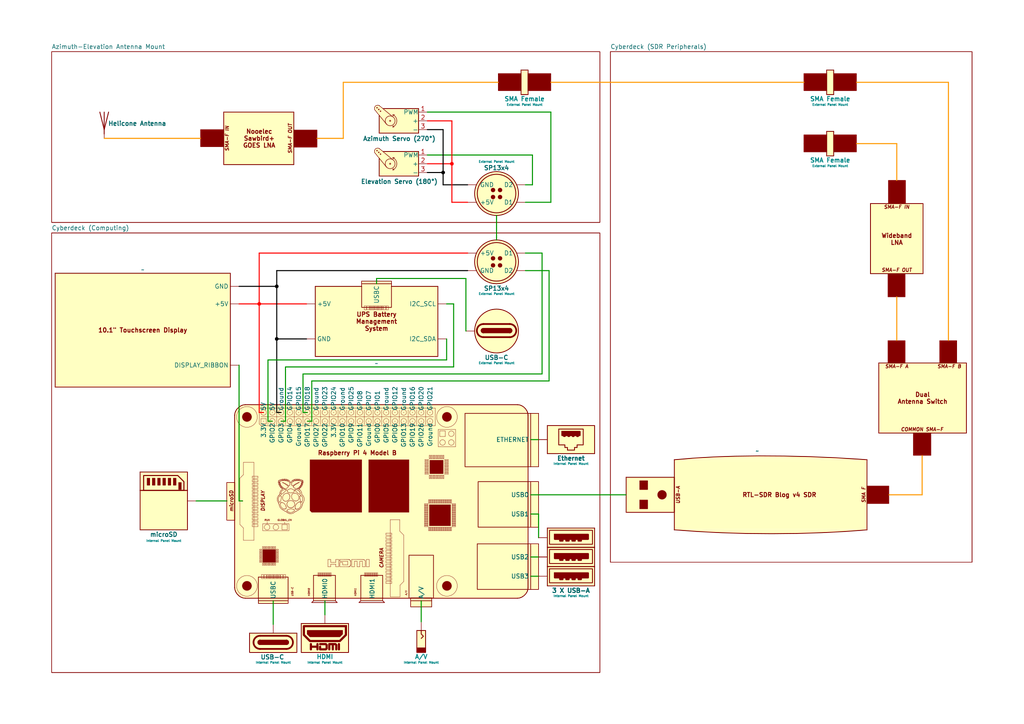
<source format=kicad_sch>
(kicad_sch (version 20250114) (generator "eeschema") (generator_version "9.0")
  (paper "A4")
  (title_block (title "Off-Grid Weather Forecasting System") (date "2025-05-13") (rev "1") (company "CCGS") (comment 1 "James Bray"))
  (lib_symbols
    (symbol "Device:Antenna" (pin_numbers (hide yes)) (pin_names (offset 1.016) (hide yes))
      (property "Reference" "AE" (at -1.905 1.905 0))
      (property "Value" "Antenna" (at -1.905 0 0))
      (symbol "Antenna_1_1"
        (pin input line (at 0 -5.08 90) (length 2.54) (name "A") (number "1"))
      )
    )
    (symbol "EXTERNAL_SP13x4_Panel_Mount_1" (pin_names (offset 1.016))
      (property "Value" "SP13x4" (at 0 -6.858 0))
      (symbol "EXTERNAL_SP13x4_Panel_Mount_1_1_1"
        (text "External Panel Mount" (at 0 -8.89 0) (effects (font (size 0.635 0.635) (thickness 0.254) (bold yes)) (justify top)))
        (pin power_in line (at -8.382 2.54 0) (length 2.54) (name "+5V") (number ""))
        (pin power_out line (at -8.382 -2.54 0) (length 2.54) (name "GND") (number ""))
        (pin power_in line (at 0 6.35 0) (length 0) (name "") (number ""))
        (pin bidirectional line (at 8.382 2.54 180) (length 2.54) (name "D1") (number ""))
        (pin bidirectional line (at 8.382 -2.54 180) (length 2.54) (name "D2") (number ""))
      )
    )
    (symbol "Motor_Servo_1" (pin_names (offset 0.0254))
      (property "Value" "Elevation Servo (180°)" (at 0.508 -4.318 0))
      (symbol "Motor_Servo_1_1_1"
        (pin passive line (at -7.62 2.54 0) (length 2.54) (name "PWM") (number "1"))
        (pin passive line (at -7.62 0 0) (length 2.54) (name "+") (number "2"))
        (pin passive line (at -7.62 -2.54 0) (length 2.54) (name "-") (number "3"))
      )
    )
    (symbol "SMA_Panel_Mount_1"
      (symbol "SMA_Panel_Mount_1_1_1"
        (text "SMA Female" (at 0 -4.064 0) (effects (font (size 1.27 1.27) (thickness 0.254) (bold yes)) (justify top)))
        (text "External Panel Mount" (at 0 -6.096 0) (effects (font (size 0.635 0.635) (thickness 0.254) (bold yes)) (justify top)))
        (pin power_out line (at -7.62 0 180) (length 0) (name "") (number ""))
        (pin power_out line (at 7.62 0 0) (length 0) (name "") (number ""))
      )
    )
    (symbol "SMA_Panel_Mount_2"
      (symbol "SMA_Panel_Mount_2_1_1"
        (text "SMA Female" (at 0 -4.064 0) (effects (font (size 1.27 1.27) (thickness 0.254) (bold yes)) (justify top)))
        (text "External Panel Mount" (at 0 -6.096 0) (effects (font (size 0.635 0.635) (thickness 0.254) (bold yes)) (justify top)))
        (pin power_out line (at -7.62 0 180) (length 0) (name "") (number ""))
        (pin power_out line (at 7.62 0 0) (length 0) (name "") (number ""))
      )
    )
    (symbol "custom:Display" (pin_numbers (hide yes))
      (property "Reference" "DISP" (at 0 2.54 0))
      (symbol "Display_1_1"
        (text "10.1\" Touchscreen Display" (at 0 0 0) (effects (font (size 1.27 1.27) (thickness 0.254) (bold yes))))
        (pin power_out line (at 27.94 12.7 180) (length 2.54) (name "GND") (number ""))
        (pin power_in line (at 27.94 7.62 180) (length 2.54) (name "+5V") (number ""))
        (pin input line (at 27.94 -10.16 180) (length 2.54) (name "DISPLAY_RIBBON") (number ""))
      )
    )
    (symbol "custom:EXTERNAL_SP13x4_Panel_Mount" (pin_names (offset 1.016))
      (property "Value" "SP13x4" (at 0 -6.858 0))
      (symbol "EXTERNAL_SP13x4_Panel_Mount_1_1"
        (text "External Panel Mount" (at 0 -8.89 0) (effects (font (size 0.635 0.635) (thickness 0.254) (bold yes)) (justify top)))
        (pin power_in line (at -8.382 2.54 0) (length 2.54) (name "+5V") (number ""))
        (pin power_out line (at -8.382 -2.54 0) (length 2.54) (name "GND") (number ""))
        (pin power_in line (at 0 6.35 0) (length 0) (name "") (number ""))
        (pin bidirectional line (at 8.382 2.54 180) (length 2.54) (name "D1") (number ""))
        (pin bidirectional line (at 8.382 -2.54 180) (length 2.54) (name "D2") (number ""))
      )
    )
    (symbol "custom:EXTERNAL_USBC_Panel_Mount" (pin_names (offset 1.016))
      (property "Value" "USB-C" (at 0 -6.858 0))
      (symbol "EXTERNAL_USBC_Panel_Mount_1_1"
        (text "External Panel Mount" (at 0 -8.89 0) (effects (font (size 0.635 0.635) (thickness 0.254) (bold yes)) (justify top)))
        (pin bidirectional line (at -8.89 0 0) (length 2.54) (name "") (number ""))
      )
    )
    (symbol "custom:Ethernet_Panel_Mount" (pin_names (offset 1.016))
      (property "Value" "Ethernet" (at 0 -4.572 0))
      (symbol "Ethernet_Panel_Mount_1_1"
        (text "Internal Panel Mount" (at 0 -6.604 0) (effects (font (size 0.635 0.635) (thickness 0.254) (bold yes)) (justify top)))
        (pin bidirectional line (at -9.398 0 0) (length 2.54) (name "") (number ""))
      )
    )
    (symbol "custom:HDMI_Panel_Mount"
      (symbol "HDMI_Panel_Mount_1_1"
        (text "HDMI" (at 0 -4.318 0) (effects (font (size 1.27 1.27) (thickness 0.254) (bold yes)) (justify top)))
        (text "Internal Panel Mount" (at 0 -6.35 0) (effects (font (size 0.635 0.635) (thickness 0.254) (bold yes)) (justify top)))
        (pin bidirectional line (at 0 7.112 270) (length 2.54) (name "") (number ""))
      )
    )
    (symbol "custom:RTL-SDR"
      (property "Reference" "RADIO" (at 0 2.54 0))
      (symbol "RTL-SDR_1_1"
        (text "USB-A" (at -27.432 0 900) (effects (font (size 1 1) (thickness 0.2) (bold yes) (italic yes)) (justify top)))
        (text "RTL-SDR Blog v4 SDR" (at 2.54 0 0) (effects (font (size 1.25 1.25) (thickness 0.25) (bold yes))))
        (text "SMA F" (at 26.416 0 900) (effects (font (size 1 1) (thickness 0.2) (bold yes) (italic yes)) (justify top)))
        (pin power_out line (at -41.91 0 0) (length 0) (name "") (number ""))
        (pin power_out line (at 34.29 0 0) (length 0) (name "") (number ""))
      )
    )
    (symbol "custom:Raspberry_Pi_4_Model_B" (pin_numbers (hide yes)) (on_board no)
      (symbol "Raspberry_Pi_4_Model_B_1_1"
        (text "microSD" (at -8.128 -26.162 900) (effects (font (size 1 1) (thickness 0.2) (bold yes) (italic yes)) (justify top)))
        (text "DISPLAY" (at 1.016 -26.162 900) (effects (font (size 1 1) (thickness 0.2) (bold yes) (italic yes)) (justify top)))
        (text "RUN" (at 2.794 -32.004 0) (effects (font (size 0.5 0.5) (thickness 0.1) (bold yes) (italic yes)) (justify bottom)))
        (text "GLOBAL_EN" (at 7.874 -32.004 0) (effects (font (size 0.5 0.5) (thickness 0.1) (bold yes) (italic yes)) (justify bottom)))
        (text "USB-C" (at 10.414 -53.848 900) (effects (font (size 0.5 0.5) (thickness 0.1) (bold yes) (italic yes)) (justify left bottom)))
        (text "HDMI0" (at 15.24 -53.848 900) (effects (font (size 0.5 0.5) (thickness 0.1) (bold yes) (italic yes)) (justify left bottom)))
        (text "HDMI1" (at 28.702 -53.848 900) (effects (font (size 0.5 0.5) (thickness 0.1) (bold yes) (italic yes)) (justify left bottom)))
        (text "Raspberry Pi 4 Model B" (at 28.956 -12.954 0) (effects (font (size 1.25 1.25) (thickness 0.25) (bold yes)) (justify bottom)))
        (text "CAMERA" (at 36.576 -42.672 900) (effects (font (size 1 1) (thickness 0.2) (bold yes) (italic yes)) (justify bottom)))
        (text "A/V" (at 43.434 -53.594 900) (effects (font (size 0.5 0.5) (thickness 0.1) (bold yes) (italic yes)) (justify left bottom)))
        (pin input line (at -8.89 -26.162 180) (length 0) (name "") (number ""))
        (pin output line (at -4.318 -26.162 0) (length 0) (name "") (number ""))
        (pin power_out line (at 1.778 -0.508 90) (length 0) (name "5V") (number ""))
        (pin power_out line (at 1.778 -3.048 270) (length 0) (name "3.3V") (number ""))
        (pin power_out line (at 4.318 -0.508 90) (length 0) (name "5V") (number ""))
        (pin bidirectional line (at 4.318 -3.048 270) (length 0) (name "GPIO2") (number ""))
        (pin output line (at 4.572 -55.118 90) (length 0) (name "USBC") (number ""))
        (pin power_in line (at 6.858 -0.508 90) (length 0) (name "Ground") (number ""))
        (pin bidirectional line (at 6.858 -3.048 270) (length 0) (name "GPIO3") (number ""))
        (pin bidirectional line (at 9.398 -0.508 90) (length 0) (name "GPIO14") (number ""))
        (pin bidirectional line (at 9.398 -3.048 270) (length 0) (name "GPIO4") (number ""))
        (pin bidirectional line (at 11.938 -0.508 90) (length 0) (name "GPIO15") (number ""))
        (pin power_in line (at 11.938 -3.048 270) (length 0) (name "Ground") (number ""))
        (pin bidirectional line (at 14.478 -0.508 90) (length 0) (name "GPIO18") (number ""))
        (pin bidirectional line (at 14.478 -3.048 270) (length 0) (name "GPIO17") (number ""))
        (pin power_in line (at 17.018 -0.508 90) (length 0) (name "Ground") (number ""))
        (pin bidirectional line (at 17.018 -3.048 270) (length 0) (name "GPIO27") (number ""))
        (pin bidirectional line (at 19.558 -0.508 90) (length 0) (name "GPIO23") (number ""))
        (pin bidirectional line (at 19.558 -3.048 270) (length 0) (name "GPIO22") (number ""))
        (pin output line (at 19.558 -55.118 90) (length 0) (name "HDMI0") (number ""))
        (pin bidirectional line (at 22.098 -0.508 90) (length 0) (name "GPIO24") (number ""))
        (pin power_out line (at 22.098 -3.048 270) (length 0) (name "3.3V") (number ""))
        (pin power_in line (at 24.638 -0.508 90) (length 0) (name "Ground") (number ""))
        (pin bidirectional line (at 24.638 -3.048 270) (length 0) (name "GPIO10") (number ""))
        (pin bidirectional line (at 27.178 -0.508 90) (length 0) (name "GPIO25") (number ""))
        (pin bidirectional line (at 27.178 -3.048 270) (length 0) (name "GPIO9") (number ""))
        (pin bidirectional line (at 29.718 -0.508 90) (length 0) (name "GPIO8") (number ""))
        (pin bidirectional line (at 29.718 -3.048 270) (length 0) (name "GPIO11") (number ""))
        (pin bidirectional line (at 32.258 -0.508 90) (length 0) (name "GPIO7") (number ""))
        (pin power_in line (at 32.258 -3.048 270) (length 0) (name "Ground") (number ""))
        (pin output line (at 33.274 -55.118 90) (length 0) (name "HDMI1") (number ""))
        (pin bidirectional line (at 34.798 -0.508 90) (length 0) (name "GPIO1") (number ""))
        (pin bidirectional line (at 34.798 -3.048 270) (length 0) (name "GPIO0") (number ""))
        (pin power_in line (at 37.338 -0.508 90) (length 0) (name "Ground") (number ""))
        (pin bidirectional line (at 37.338 -3.048 270) (length 0) (name "GPIO5") (number ""))
        (pin bidirectional line (at 39.878 -0.508 90) (length 0) (name "GPIO12") (number ""))
        (pin bidirectional line (at 39.878 -3.048 270) (length 0) (name "GPIO6") (number ""))
        (pin power_in line (at 42.418 -0.508 90) (length 0) (name "Ground") (number ""))
        (pin bidirectional line (at 42.418 -3.048 270) (length 0) (name "GPIO13") (number ""))
        (pin bidirectional line (at 44.958 -0.508 90) (length 0) (name "GPIO16") (number ""))
        (pin bidirectional line (at 44.958 -3.048 270) (length 0) (name "GPIO19") (number ""))
        (pin bidirectional line (at 47.498 -0.508 90) (length 0) (name "GPIO20") (number ""))
        (pin bidirectional line (at 47.498 -3.048 270) (length 0) (name "GPIO26") (number ""))
        (pin output line (at 47.498 -55.118 90) (length 0) (name "A/V") (number ""))
        (pin bidirectional line (at 50.038 -0.508 90) (length 0) (name "GPIO21") (number ""))
        (pin power_in line (at 50.038 -3.048 270) (length 0) (name "Ground") (number ""))
        (pin bidirectional line (at 79.248 -8.382 180) (length 0) (name "ETHERNET") (number ""))
        (pin bidirectional line (at 79.248 -24.384 180) (length 0) (name "USB0") (number ""))
        (pin bidirectional line (at 79.248 -29.972 180) (length 0) (name "USB1") (number ""))
        (pin bidirectional line (at 79.248 -42.418 180) (length 0) (name "USB2") (number ""))
        (pin bidirectional line (at 79.248 -48.006 180) (length 0) (name "USB3") (number ""))
      )
    )
    (symbol "custom:SMA_Panel_Mount"
      (symbol "SMA_Panel_Mount_1_1"
        (text "SMA Female" (at 0 -4.064 0) (effects (font (size 1.27 1.27) (thickness 0.254) (bold yes)) (justify top)))
        (text "External Panel Mount" (at 0 -6.096 0) (effects (font (size 0.635 0.635) (thickness 0.254) (bold yes)) (justify top)))
        (pin power_out line (at -7.62 0 180) (length 0) (name "") (number ""))
        (pin power_out line (at 7.62 0 0) (length 0) (name "") (number ""))
      )
    )
    (symbol "custom:Stacked_USBA_Panel_Mount" (pin_names (offset 1.016))
      (property "Value" "3 X USB-A" (at 0 -3.302 0))
      (symbol "Stacked_USBA_Panel_Mount_1_1"
        (text "Internal Panel Mount" (at 0 -5.334 0) (effects (font (size 0.635 0.635) (thickness 0.254) (bold yes)) (justify top)))
        (pin bidirectional line (at -9.398 11.176 0) (length 2.54) (name "") (number ""))
        (pin bidirectional line (at -9.398 5.588 0) (length 2.54) (name "") (number ""))
        (pin bidirectional line (at -9.398 0 0) (length 2.54) (name "") (number ""))
      )
    )
    (symbol "custom:UPS_Battery_Hat" (pin_numbers (hide yes))
      (symbol "UPS_Battery_Hat_1_1"
        (text "UPS Battery\nManagement\nSystem" (at 0 0 0) (effects (font (size 1.27 1.27) (thickness 0.254) (bold yes))))
        (pin power_in line (at -20.32 5.08 0) (length 2.54) (name "+5V") (number ""))
        (pin power_out line (at -20.32 -5.08 0) (length 2.54) (name "GND") (number ""))
        (pin output line (at 0 10.922 270) (length 0) (name "USBC") (number ""))
        (pin bidirectional line (at 20.32 5.08 180) (length 2.54) (name "I2C_SCL") (number ""))
        (pin bidirectional line (at 20.32 -5.08 180) (length 2.54) (name "I2C_SDA") (number ""))
      )
    )
    (symbol "custom:USBC_Panel_Mount" (pin_names (offset 1.016))
      (property "Value" "USB-C" (at 0 -3.302 0))
      (symbol "USBC_Panel_Mount_1_1"
        (text "Internal Panel Mount" (at 0 -5.334 0) (effects (font (size 0.635 0.635) (thickness 0.254) (bold yes)) (justify top)))
        (pin bidirectional line (at 0 5.334 270) (length 2.54) (name "") (number ""))
      )
    )
    (symbol "custom:a/v_jack"
      (symbol "a/v_jack_1_1"
        (text "A/V" (at 0 -6.858 0) (effects (font (size 1.27 1.27) (thickness 0.254) (bold yes)) (justify top)))
        (text "Internal Panel Mount" (at 0 -8.89 0) (effects (font (size 0.635 0.635) (thickness 0.254) (bold yes)) (justify top)))
        (pin passive line (at 0 2.54 270) (length 2.54) (name "") (number ""))
      )
    )
    (symbol "custom:antenna_switch"
      (symbol "antenna_switch_1_1"
        (text "SMA-F A" (at -7.366 9.906 0) (effects (font (size 1 1) (thickness 0.2) (bold yes) (italic yes)) (justify top)))
        (text "COMMON SMA-F" (at 0 -8.382 0) (effects (font (size 1 1) (thickness 0.2) (bold yes) (italic yes)) (justify top)))
        (text "Dual\nAntenna Switch" (at 0.127 0.127 0) (effects (font (size 1.25 1.25) (thickness 0.25) (bold yes))))
        (text "SMA-F B" (at 7.874 9.906 0) (effects (font (size 1 1) (thickness 0.2) (bold yes) (italic yes)) (justify top)))
        (pin power_out line (at -7.366 16.764 90) (length 0) (name "") (number ""))
        (pin power_out line (at 0 -16.51 270) (length 0) (name "") (number ""))
        (pin power_out line (at 7.62 16.764 90) (length 0) (name "") (number ""))
      )
    )
    (symbol "custom:microSD_Panel_Mount"
      (property "Value" "microSD" (at 0 -8.89 0))
      (symbol "microSD_Panel_Mount_1_1"
        (text "Internal Panel Mount" (at 0 -11.176 0) (effects (font (size 0.635 0.635) (thickness 0.254) (bold yes)) (justify top)))
        (pin bidirectional line (at 9.398 0 180) (length 2.54) (name "") (number ""))
      )
    )
    (symbol "custom:sawbird+GOES_LNA"
      (symbol "sawbird+GOES_LNA_1_1"
        (text "SMA-F IN" (at -9.652 0 900) (effects (font (size 1 1) (thickness 0.2) (bold yes) (italic yes)) (justify top)))
        (text "Nooelec\nSawbird+\nGOES LNA" (at 0.254 0 0) (effects (font (size 1.25 1.25) (thickness 0.25) (bold yes))))
        (text "SMA-F OUT" (at 8.636 0 900) (effects (font (size 1 1) (thickness 0.2) (bold yes) (italic yes)) (justify top)))
        (pin power_out line (at -16.764 0 180) (length 0) (name "") (number ""))
        (pin power_out line (at 17.018 0 0) (length 0) (name "") (number ""))
      )
    )
    (symbol "custom:servo" (pin_names (offset 0.0254))
      (property "Value" "Elevation Servo (180°)" (at 0.508 -4.318 0))
      (symbol "servo_1_1"
        (pin passive line (at -7.62 2.54 0) (length 2.54) (name "PWM") (number "1"))
        (pin passive line (at -7.62 0 0) (length 2.54) (name "+") (number "2"))
        (pin passive line (at -7.62 -2.54 0) (length 2.54) (name "-") (number "3"))
      )
    )
    (symbol "custom:wideband_LNA"
      (symbol "wideband_LNA_1_1"
        (text "SMA-F IN" (at 0 9.906 0) (effects (font (size 1 1) (thickness 0.2) (bold yes) (italic yes)) (justify top)))
        (text "Wideband\nLNA" (at 0 0 0) (effects (font (size 1.25 1.25) (thickness 0.25) (bold yes))))
        (text "SMA-F OUT" (at 0 -8.382 0) (effects (font (size 1 1) (thickness 0.2) (bold yes) (italic yes)) (justify top)))
        (pin power_out line (at 0 17.018 90) (length 0) (name "") (number ""))
        (pin power_out line (at 0 -16.764 270) (length 0) (name "") (number ""))
      )
    )
  )
  (junction (at 75.184 88.138) (color 255 0 0 1))
  (junction (at 80.264 83.058) (color 0 0 0 1))
  (junction (at 80.264 98.298) (color 0 0 0 1))
  (junction (at 131.064 47.498) (color 255 0 0 1))
  (junction (at 128.524 50.038) (color 0 0 0 1))
  (wire (pts (xy 154.432 44.958) (xy 123.952 44.958)) (stroke (width 0.3)))
  (wire (pts (xy 80.264 119.634) (xy 81.534 119.634)) (stroke (width 0.3) (color 0 0 0 1)))
  (wire (pts (xy 275.082 23.876) (xy 275.082 98.806)) (stroke (width 0.3) (color 255 153 0 1)))
  (wire (pts (xy 80.264 83.058) (xy 80.264 98.298)) (stroke (width 0.3) (color 0 0 0 1)))
  (wire (pts (xy 123.952 35.052) (xy 131.064 35.052)) (stroke (width 0.3) (color 255 0 0 1)))
  (wire (pts (xy 69.342 105.918) (xy 69.342 145.288)) (stroke (width 0.3)))
  (wire (pts (xy 131.064 47.498) (xy 131.064 35.052)) (stroke (width 0.3) (color 255 0 0 1)))
  (wire (pts (xy 77.724 104.394) (xy 129.54 104.394)) (stroke (width 0.3)))
  (wire (pts (xy 90.424 110.49) (xy 159.258 110.49)) (stroke (width 0.3)))
  (wire (pts (xy 99.568 23.876) (xy 144.526 23.876)) (stroke (width 0.3) (color 255 153 0 1)))
  (wire (pts (xy 99.568 40.132) (xy 99.568 23.876)) (stroke (width 0.3) (color 255 153 0 1)))
  (wire (pts (xy 87.884 108.458) (xy 157.226 108.458)) (stroke (width 0.3)))
  (wire (pts (xy 94.234 174.244) (xy 94.234 178.308)) (stroke (width 0.3)))
  (wire (pts (xy 75.184 119.634) (xy 76.454 119.634)) (stroke (width 0.3) (color 255 0 0 1)))
  (wire (pts (xy 82.804 122.174) (xy 82.804 106.426)) (stroke (width 0.3)))
  (wire (pts (xy 156.21 155.956) (xy 156.21 149.098)) (stroke (width 0.3)))
  (wire (pts (xy 135.636 73.406) (xy 75.184 73.406)) (stroke (width 0.3) (color 255 0 0 1)))
  (wire (pts (xy 157.226 108.458) (xy 157.226 73.406)) (stroke (width 0.3)))
  (wire (pts (xy 109.22 80.772) (xy 109.22 82.296)) (stroke (width 0.3)))
  (wire (pts (xy 159.258 78.486) (xy 152.4 78.486)) (stroke (width 0.3)))
  (wire (pts (xy 90.424 122.174) (xy 90.424 110.49)) (stroke (width 0.3)))
  (wire (pts (xy 159.766 58.674) (xy 152.4 58.674)) (stroke (width 0.3)))
  (wire (pts (xy 89.154 122.174) (xy 90.424 122.174)) (stroke (width 0.3)))
  (wire (pts (xy 131.064 58.674) (xy 131.064 47.498)) (stroke (width 0.3) (color 255 0 0 1)))
  (wire (pts (xy 81.534 122.174) (xy 82.804 122.174)) (stroke (width 0.3)))
  (wire (pts (xy 257.81 143.51) (xy 267.462 143.51)) (stroke (width 0.3) (color 255 153 0 1)))
  (wire (pts (xy 69.342 88.138) (xy 75.184 88.138)) (stroke (width 0.3) (color 255 0 0 1)))
  (wire (pts (xy 128.524 50.038) (xy 128.524 53.594)) (stroke (width 0.3) (color 0 0 0 1)))
  (wire (pts (xy 260.096 41.656) (xy 260.096 52.324)) (stroke (width 0.3) (color 255 153 0 1)))
  (wire (pts (xy 80.264 78.486) (xy 80.264 83.058)) (stroke (width 0.3) (color 0 0 0 1)))
  (wire (pts (xy 267.462 132.08) (xy 267.462 143.51)) (stroke (width 0.3) (color 255 153 0 1)))
  (wire (pts (xy 56.896 145.288) (xy 65.786 145.288)) (stroke (width 0.3)))
  (wire (pts (xy 79.248 181.102) (xy 79.248 174.244)) (stroke (width 0.3)))
  (wire (pts (xy 159.766 23.876) (xy 233.172 23.876)) (stroke (width 0.3) (color 255 153 0 1)))
  (wire (pts (xy 82.804 106.426) (xy 131.572 106.426)) (stroke (width 0.3)))
  (wire (pts (xy 135.636 58.674) (xy 131.064 58.674)) (stroke (width 0.3) (color 255 0 0 1)))
  (wire (pts (xy 131.572 106.426) (xy 131.572 88.138)) (stroke (width 0.3)))
  (wire (pts (xy 122.174 174.244) (xy 122.174 180.34)) (stroke (width 0.3)))
  (wire (pts (xy 153.924 167.132) (xy 156.21 167.132)) (stroke (width 0.3)))
  (wire (pts (xy 80.264 98.298) (xy 80.264 119.634)) (stroke (width 0.3) (color 0 0 0 1)))
  (wire (pts (xy 152.4 53.594) (xy 154.432 53.594)) (stroke (width 0.3)))
  (wire (pts (xy 80.264 98.298) (xy 88.9 98.298)) (stroke (width 0.3) (color 0 0 0 1)))
  (wire (pts (xy 128.524 53.594) (xy 135.636 53.594)) (stroke (width 0.3) (color 0 0 0 1)))
  (wire (pts (xy 128.524 50.038) (xy 128.524 37.592)) (stroke (width 0.3) (color 0 0 0 1)))
  (wire (pts (xy 123.952 32.512) (xy 159.766 32.512)) (stroke (width 0.3)))
  (wire (pts (xy 91.948 40.132) (xy 99.568 40.132)) (stroke (width 0.3) (color 255 153 0 1)))
  (wire (pts (xy 87.884 119.634) (xy 87.884 108.458)) (stroke (width 0.3)))
  (wire (pts (xy 75.184 88.138) (xy 75.184 119.634)) (stroke (width 0.3) (color 255 0 0 1)))
  (wire (pts (xy 129.54 98.298) (xy 129.54 104.394)) (stroke (width 0.3)))
  (wire (pts (xy 69.342 145.288) (xy 70.358 145.288)) (stroke (width 0.3)))
  (wire (pts (xy 135.128 80.772) (xy 135.128 96.012)) (stroke (width 0.3)))
  (wire (pts (xy 78.994 122.174) (xy 77.724 122.174)) (stroke (width 0.3)))
  (wire (pts (xy 128.524 37.592) (xy 123.952 37.592)) (stroke (width 0.3) (color 0 0 0 1)))
  (wire (pts (xy 109.22 80.772) (xy 135.128 80.772)) (stroke (width 0.3)))
  (wire (pts (xy 87.884 119.634) (xy 89.154 119.634)) (stroke (width 0.3)))
  (wire (pts (xy 58.166 40.132) (xy 30.226 40.132)) (stroke (width 0.3) (color 255 153 0 1)))
  (wire (pts (xy 156.21 127.508) (xy 153.924 127.508)) (stroke (width 0.3)))
  (wire (pts (xy 159.258 110.49) (xy 159.258 78.486)) (stroke (width 0.3)))
  (wire (pts (xy 260.096 86.106) (xy 260.096 98.806)) (stroke (width 0.3) (color 255 153 0 1)))
  (wire (pts (xy 75.184 73.406) (xy 75.184 88.138)) (stroke (width 0.3) (color 255 0 0 1)))
  (wire (pts (xy 157.226 73.406) (xy 152.4 73.406)) (stroke (width 0.3)))
  (wire (pts (xy 135.636 78.486) (xy 80.264 78.486)) (stroke (width 0.3) (color 0 0 0 1)))
  (wire (pts (xy 77.724 122.174) (xy 77.724 104.394)) (stroke (width 0.3)))
  (wire (pts (xy 153.924 161.544) (xy 156.21 161.544)) (stroke (width 0.3)))
  (wire (pts (xy 153.924 143.51) (xy 181.61 143.51)) (stroke (width 0.3)))
  (wire (pts (xy 123.952 47.498) (xy 131.064 47.498)) (stroke (width 0.3) (color 255 0 0 1)))
  (wire (pts (xy 159.766 32.512) (xy 159.766 58.674)) (stroke (width 0.3)))
  (wire (pts (xy 144.018 62.484) (xy 144.018 69.596)) (stroke (width 0.3)))
  (wire (pts (xy 248.412 23.876) (xy 275.082 23.876)) (stroke (width 0.3) (color 255 153 0 1)))
  (wire (pts (xy 131.572 88.138) (xy 129.54 88.138)) (stroke (width 0.3)))
  (wire (pts (xy 154.432 53.594) (xy 154.432 44.958)) (stroke (width 0.3)))
  (wire (pts (xy 88.9 88.138) (xy 75.184 88.138)) (stroke (width 0.3) (color 255 0 0 1)))
  (wire (pts (xy 248.412 41.656) (xy 260.096 41.656)) (stroke (width 0.3) (color 255 153 0 1)))
  (wire (pts (xy 156.21 149.098) (xy 153.924 149.098)) (stroke (width 0.3)))
  (wire (pts (xy 123.952 50.038) (xy 128.524 50.038)) (stroke (width 0.3) (color 0 0 0 1)))
  (wire (pts (xy 69.342 83.058) (xy 80.264 83.058)) (stroke (width 0.3) (color 0 0 0 1)))
  (symbol (lib_name "SMA_Panel_Mount_1") (lib_id "custom:SMA_Panel_Mount") (at 240.792 23.876 0) (unit 1)
    (property "Reference" "J9" (effects (hide yes)))
    (property "Value" "Antenna Switch" (effects (hide yes)))
    (property "Datasheet" "http://portal.fciconnect.com/Comergent//fci/drawing/10067847.pdf" (effects (hide yes)))
    (property "Description" "SD card receptacle" (effects (hide yes)))
  )
  (symbol (lib_id "Device:Antenna") (at 30.226 35.052 0) (unit 1)
    (property "Reference" "AE1" (effects (hide yes)))
    (property "Value" "Helicone Antenna" (at 31.242 35.814 0) (effects (font (thickness 0.254) (bold yes)) (justify left)))
    (property "Description" "Antenna" (effects (hide yes)))
  )
  (symbol (lib_id "custom:EXTERNAL_USBC_Panel_Mount") (at 144.018 96.012 0) (unit 1)
    (property "Reference" "J11" (effects (hide yes)))
    (property "Value" "USB-C" (at 144.018 102.87 0) (effects (font (thickness 0.254) (bold yes)) (justify top)))
    (property "Datasheet" "https://www.usb.org/sites/default/files/documents/usb_type-c.zip" (effects (hide yes)))
    (property "Description" "USB Power-Only 24P Type-C Receptacle connector" (effects (hide yes)))
  )
  (symbol (lib_id "custom:EXTERNAL_SP13x4_Panel_Mount") (at 144.018 75.946 0) (unit 1)
    (property "Reference" "J12" (effects (hide yes)))
    (property "Value" "SP13x4" (at 144.018 82.804 0) (effects (font (thickness 0.254) (bold yes)) (justify top)))
    (property "Datasheet" "https://www.usb.org/sites/default/files/documents/usb_type-c.zip" (effects (hide yes)))
    (property "Description" "USB Power-Only 24P Type-C Receptacle connector" (effects (hide yes)))
  )
  (symbol (lib_id "custom:servo") (at 116.332 35.052 0) (mirror y) (unit 1)
    (property "Reference" "M1" (effects (hide yes)))
    (property "Value" "Azimuth Servo (270°)" (at 115.824 39.37 0) (effects (font (thickness 0.254) (bold yes)) (justify top)))
    (property "Datasheet" "http://forums.parallax.com/uploads/attachments/46831/74481.png" (effects (hide yes)))
    (property "Description" "Servo Motor (Futaba, HiTec, JR connector)" (effects (hide yes)))
  )
  (symbol (lib_id "custom:microSD_Panel_Mount") (at 47.498 145.288 0) (unit 1)
    (property "Reference" "J6" (effects (hide yes)))
    (property "Value" "microSD" (at 47.498 154.178 0) (effects (font (thickness 0.254) (bold yes)) (justify top)))
    (property "Datasheet" "http://portal.fciconnect.com/Comergent//fci/drawing/10067847.pdf" (effects (hide yes)))
    (property "Description" "SD card receptacle" (effects (hide yes)))
  )
  (symbol (lib_id "custom:USBC_Panel_Mount") (at 79.248 186.436 0) (unit 1)
    (property "Reference" "J3" (effects (hide yes)))
    (property "Value" "USB-C" (at 78.994 189.738 0) (effects (font (thickness 0.254) (bold yes)) (justify top)))
    (property "Datasheet" "https://www.usb.org/sites/default/files/documents/usb_type-c.zip" (effects (hide yes)))
    (property "Description" "USB Power-Only 24P Type-C Receptacle connector" (effects (hide yes)))
  )
  (symbol (lib_id "custom:UPS_Battery_Hat") (at 109.22 93.218 0) (unit 1)
    (property "Reference" "DISP2" (effects (hide yes)))
    (property "Value" "~" (at 109.22 105.41 0))
  )
  (symbol (lib_id "custom:HDMI_Panel_Mount") (at 94.234 185.42 0) (unit 1)
    (property "Reference" "J1" (effects (hide yes)))
    (property "Value" "HDMI_Panel_Mount" (effects (hide yes)))
    (property "Datasheet" "http://pinoutguide.com/PortableDevices/micro_hdmi_type_d_pinout.shtml" (effects (hide yes)))
    (property "Description" "HDMI 1.4+ type D connector" (effects (hide yes)))
  )
  (symbol (lib_id "custom:Raspberry_Pi_4_Model_B") (at 74.676 119.126 0) (unit 1) (on_board no)
    (property "Reference" "RP1" (effects (hide yes)))
  )
  (symbol (lib_name "Motor_Servo_1") (lib_id "Motor:Motor_Servo") (at 116.332 47.498 0) (mirror y) (unit 1)
    (property "Reference" "M2" (effects (hide yes)))
    (property "Value" "Elevation Servo (180°)" (at 115.824 51.816 0) (effects (font (thickness 0.254) (bold yes)) (justify top)))
    (property "Datasheet" "http://forums.parallax.com/uploads/attachments/46831/74481.png" (effects (hide yes)))
    (property "Description" "Servo Motor (Futaba, HiTec, JR connector)" (effects (hide yes)))
  )
  (symbol (lib_id "custom:wideband_LNA") (at 260.096 69.342 0) (unit 1)
    (property "Reference" "J8" (effects (hide yes)))
    (property "Value" "Antenna Switch" (effects (hide yes)))
    (property "Datasheet" "http://portal.fciconnect.com/Comergent//fci/drawing/10067847.pdf" (effects (hide yes)))
    (property "Description" "SD card receptacle" (effects (hide yes)))
  )
  (symbol (lib_id "custom:sawbird+GOES_LNA") (at 74.93 40.132 0) (unit 1)
    (property "Reference" "J15" (effects (hide yes)))
    (property "Value" "Antenna Switch" (effects (hide yes)))
    (property "Datasheet" "http://portal.fciconnect.com/Comergent//fci/drawing/10067847.pdf" (effects (hide yes)))
    (property "Description" "SD card receptacle" (effects (hide yes)))
  )
  (symbol (lib_id "custom:Display") (at 41.402 95.758 0) (unit 1)
    (property "Reference" "DISP1" (effects (hide yes)))
    (property "Value" "~" (at 41.402 78.232 0))
  )
  (symbol (lib_id "custom:RTL-SDR") (at 223.52 143.51 0) (unit 1)
    (property "Reference" "RADIO1" (effects (hide yes)))
    (property "Value" "~" (at 219.6465 130.81 0))
  )
  (symbol (lib_name "SMA_Panel_Mount_2") (lib_id "custom:SMA_Panel_Mount") (at 152.146 23.876 0) (unit 1)
    (property "Reference" "J14" (effects (hide yes)))
    (property "Value" "Antenna Switch" (effects (hide yes)))
    (property "Datasheet" "http://portal.fciconnect.com/Comergent//fci/drawing/10067847.pdf" (effects (hide yes)))
    (property "Description" "SD card receptacle" (effects (hide yes)))
  )
  (symbol (lib_id "custom:antenna_switch") (at 267.462 115.57 0) (unit 1)
    (property "Reference" "J7" (effects (hide yes)))
    (property "Value" "Antenna Switch" (effects (hide yes)))
    (property "Datasheet" "http://portal.fciconnect.com/Comergent//fci/drawing/10067847.pdf" (effects (hide yes)))
    (property "Description" "SD card receptacle" (effects (hide yes)))
  )
  (symbol (lib_name "EXTERNAL_SP13x4_Panel_Mount_1") (lib_id "custom:EXTERNAL_SP13x4_Panel_Mount") (at 144.018 56.134 0) (mirror x) (unit 1)
    (property "Reference" "J13" (effects (hide yes)))
    (property "Value" "SP13x4" (at 144.018 49.53 0) (effects (font (thickness 0.254) (bold yes)) (justify top)))
    (property "Datasheet" "https://www.usb.org/sites/default/files/documents/usb_type-c.zip" (effects (hide yes)))
    (property "Description" "USB Power-Only 24P Type-C Receptacle connector" (effects (hide yes)))
  )
  (symbol (lib_id "custom:SMA_Panel_Mount") (at 240.792 41.656 0) (unit 1)
    (property "Reference" "J10" (effects (hide yes)))
    (property "Value" "Antenna Switch" (effects (hide yes)))
    (property "Datasheet" "http://portal.fciconnect.com/Comergent//fci/drawing/10067847.pdf" (effects (hide yes)))
    (property "Description" "SD card receptacle" (effects (hide yes)))
  )
  (symbol (lib_id "custom:a/v_jack") (at 122.174 182.88 0) (unit 1)
    (property "Reference" "J2" (effects (hide yes)))
    (property "Value" "A/V" (effects (hide yes)))
    (property "Description" "Audio Jack, 2 Poles (Mono / TS)" (effects (hide yes)))
  )
  (symbol (lib_id "custom:Stacked_USBA_Panel_Mount") (at 165.608 167.132 0) (unit 1)
    (property "Reference" "J4" (effects (hide yes)))
    (property "Value" "3 X USB-A" (at 165.608 170.434 0) (effects (font (thickness 0.254) (bold yes)) (justify top)))
    (property "Datasheet" "https://www.usb.org/sites/default/files/documents/usb_type-c.zip" (effects (hide yes)))
    (property "Description" "USB Power-Only 24P Type-C Receptacle connector" (effects (hide yes)))
  )
  (symbol (lib_id "custom:Ethernet_Panel_Mount") (at 165.608 127.508 0) (unit 1)
    (property "Reference" "J5" (effects (hide yes)))
    (property "Value" "Ethernet" (at 165.608 132.08 0) (effects (font (thickness 0.254) (bold yes)) (justify top)))
    (property "Datasheet" "https://www.usb.org/sites/default/files/documents/usb_type-c.zip" (effects (hide yes)))
    (property "Description" "USB Power-Only 24P Type-C Receptacle connector" (effects (hide yes)))
  )
  (sheet (at 14.986 14.986) (size 159.004 49.53) (stroke (width 0.1524))
    (property "Sheetname" "Azimuth-Elevation Antenna Mount" (at 14.986 14.2744 0) (effects (justify left bottom)))
    (property "Sheetfile" "az-el_antenna_mount.kicad_sch" (effects (hide yes)))
  )
  (sheet (at 177.038 14.986) (size 104.902 148.082) (stroke (width 0.1524))
    (property "Sheetname" "Cyberdeck (SDR Peripherals)" (at 177.038 14.2744 0) (effects (justify left bottom)))
    (property "Sheetfile" "cyberdeck_SDR.kicad_sch" (effects (hide yes)))
  )
  (sheet (at 14.986 67.564) (size 159.004 127.508) (stroke (width 0.1524))
    (property "Sheetname" "Cyberdeck (Computing)" (at 14.986 66.8524 0) (effects (justify left bottom)))
    (property "Sheetfile" "cyberdeck_computing.kicad_sch" (effects (hide yes)))
  )
)
</source>
